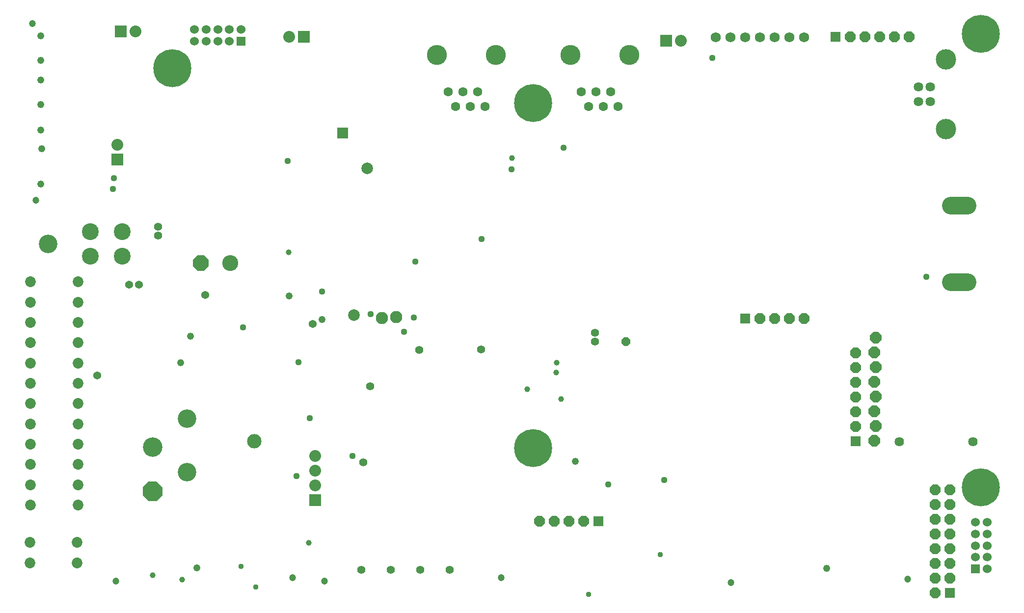
<source format=gbs>
G75*
%MOIN*%
%OFA0B0*%
%FSLAX25Y25*%
%IPPOS*%
%LPD*%
%AMOC8*
5,1,8,0,0,1.08239X$1,22.5*
%
%ADD10C,0.12050*%
%ADD11R,0.07100X0.07100*%
%ADD12OC8,0.07100*%
%ADD13R,0.06000X0.06000*%
%ADD14C,0.06000*%
%ADD15C,0.06400*%
%ADD16C,0.06300*%
%ADD17C,0.13600*%
%ADD18R,0.08000X0.08000*%
%ADD19C,0.08000*%
%ADD20OC8,0.06000*%
%ADD21R,0.07200X0.07200*%
%ADD22OC8,0.13200*%
%ADD23C,0.13200*%
%ADD24C,0.06800*%
%ADD25C,0.25800*%
%ADD26C,0.13855*%
%ADD27C,0.06422*%
%ADD28C,0.12611*%
%ADD29C,0.11430*%
%ADD30C,0.10800*%
%ADD31OC8,0.10800*%
%ADD32C,0.07296*%
%ADD33C,0.04737*%
%ADD34OC8,0.07800*%
%ADD35C,0.03900*%
%ADD36C,0.04400*%
%ADD37C,0.03975*%
%ADD38C,0.07887*%
%ADD39C,0.04800*%
%ADD40C,0.05550*%
%ADD41C,0.03778*%
%ADD42C,0.05400*%
%ADD43C,0.09800*%
%ADD44C,0.08300*%
D10*
X0652371Y0223942D02*
X0663621Y0223942D01*
X0663621Y0275911D02*
X0652371Y0275911D01*
D11*
X0512799Y0199533D03*
X0587524Y0115990D03*
X0412949Y0061694D03*
X0651809Y0013136D03*
X0574102Y0390840D03*
D12*
X0584102Y0390840D03*
X0594102Y0390840D03*
X0604102Y0390840D03*
X0614102Y0390840D03*
X0624102Y0390840D03*
X0552799Y0199533D03*
X0542799Y0199533D03*
X0532799Y0199533D03*
X0522799Y0199533D03*
X0587524Y0175990D03*
X0587524Y0165990D03*
X0587524Y0155990D03*
X0587524Y0145990D03*
X0587524Y0135990D03*
X0587524Y0125990D03*
X0641809Y0083136D03*
X0651809Y0083136D03*
X0651809Y0073136D03*
X0641809Y0073136D03*
X0641809Y0063136D03*
X0651809Y0063136D03*
X0651809Y0053136D03*
X0641809Y0053136D03*
X0641809Y0043136D03*
X0651809Y0043136D03*
X0651809Y0033136D03*
X0641809Y0033136D03*
X0641809Y0023136D03*
X0651809Y0023136D03*
X0641809Y0013136D03*
X0402949Y0061694D03*
X0392949Y0061694D03*
X0382949Y0061694D03*
X0372949Y0061694D03*
D13*
X0669019Y0029408D03*
X0170272Y0387675D03*
D14*
X0162398Y0387675D03*
X0154524Y0387675D03*
X0146650Y0387675D03*
X0138776Y0387675D03*
X0138776Y0395549D03*
X0146650Y0395549D03*
X0154524Y0395549D03*
X0162398Y0395549D03*
X0170272Y0395549D03*
X0669019Y0060905D03*
X0676893Y0060905D03*
X0676893Y0053031D03*
X0669019Y0053031D03*
X0669019Y0045157D03*
X0676893Y0045157D03*
X0676893Y0037282D03*
X0676893Y0029408D03*
X0669019Y0037282D03*
D15*
X0667248Y0115832D03*
X0617248Y0115832D03*
D16*
X0426402Y0343273D03*
X0416402Y0343273D03*
X0406402Y0343273D03*
X0411402Y0353273D03*
X0421402Y0353273D03*
X0401402Y0353273D03*
X0335850Y0343273D03*
X0325850Y0343273D03*
X0315850Y0343273D03*
X0310850Y0353273D03*
X0320850Y0353273D03*
X0330850Y0353273D03*
D17*
X0343350Y0378273D03*
X0303350Y0378273D03*
X0393902Y0378273D03*
X0433902Y0378273D03*
D18*
X0459020Y0388116D03*
X0212882Y0390757D03*
X0088744Y0394340D03*
X0086299Y0307423D03*
X0220512Y0075987D03*
D19*
X0220512Y0085987D03*
X0220512Y0095987D03*
X0220512Y0105987D03*
X0086299Y0317423D03*
X0202882Y0390757D03*
X0098744Y0394340D03*
X0469020Y0388116D03*
D20*
X0431815Y0183785D03*
D21*
X0239295Y0325399D03*
D22*
X0110420Y0082108D03*
D23*
X0110420Y0112108D03*
D24*
X0492799Y0390242D03*
X0502799Y0390242D03*
X0512799Y0390242D03*
X0522799Y0390242D03*
X0532799Y0390242D03*
X0542799Y0390242D03*
X0552799Y0390242D03*
D25*
X0672667Y0392812D03*
X0368626Y0345793D03*
X0123657Y0369291D03*
X0368736Y0111383D03*
X0672622Y0084850D03*
D26*
X0648882Y0328057D03*
X0648882Y0375458D03*
D27*
X0638213Y0356679D03*
X0630339Y0356679D03*
X0630339Y0346836D03*
X0638213Y0346836D03*
D28*
X0133782Y0131357D03*
X0133782Y0095157D03*
X0039260Y0250108D03*
D29*
X0068000Y0258375D03*
X0089654Y0258375D03*
X0089654Y0241840D03*
X0068000Y0241840D03*
D30*
X0163071Y0236952D03*
D31*
X0143071Y0236952D03*
D32*
X0026882Y0033478D03*
X0026882Y0047257D03*
X0059165Y0047257D03*
X0059165Y0033478D03*
X0059665Y0072682D03*
X0059665Y0086462D03*
X0059665Y0100242D03*
X0027382Y0100242D03*
X0027382Y0086462D03*
X0027382Y0072682D03*
X0027382Y0114021D03*
X0027382Y0127801D03*
X0027382Y0141580D03*
X0059665Y0141580D03*
X0059665Y0127801D03*
X0059665Y0114021D03*
X0059665Y0155360D03*
X0059665Y0169139D03*
X0059665Y0182919D03*
X0027382Y0182919D03*
X0027382Y0169139D03*
X0027382Y0155360D03*
X0027382Y0196698D03*
X0027382Y0210478D03*
X0027382Y0224257D03*
X0059665Y0224257D03*
X0059665Y0210478D03*
X0059665Y0196698D03*
D33*
X0030929Y0279757D03*
X0028567Y0399757D03*
X0085282Y0021042D03*
X0205282Y0023405D03*
X0226982Y0021042D03*
X0346982Y0023405D03*
X0502982Y0020142D03*
X0622982Y0022505D03*
D34*
X0600382Y0116257D03*
X0601382Y0126257D03*
X0600382Y0136257D03*
X0601382Y0146257D03*
X0600382Y0156257D03*
X0601382Y0166257D03*
X0600382Y0176257D03*
X0601382Y0186257D03*
D35*
X0384752Y0169257D03*
X0384252Y0162757D03*
X0364752Y0151257D03*
X0387752Y0144757D03*
X0216482Y0047157D03*
X0130482Y0022157D03*
X0110382Y0025057D03*
X0202552Y0244357D03*
D36*
X0225282Y0217857D03*
X0258282Y0202257D03*
X0280982Y0190457D03*
X0287752Y0199957D03*
X0209482Y0169757D03*
X0171682Y0193257D03*
X0288752Y0238157D03*
X0333652Y0253457D03*
X0353882Y0300757D03*
X0389382Y0315257D03*
X0490382Y0376257D03*
X0202152Y0306457D03*
X0083882Y0294757D03*
X0083382Y0287257D03*
X0216882Y0131557D03*
X0246082Y0105957D03*
X0208082Y0092457D03*
X0419552Y0086757D03*
X0457752Y0089857D03*
X0635752Y0227757D03*
D37*
X0354252Y0308257D03*
D38*
X0255882Y0301257D03*
X0246882Y0201557D03*
D39*
X0225382Y0198757D03*
X0202882Y0214757D03*
X0135882Y0187257D03*
X0129382Y0169257D03*
X0397382Y0102257D03*
X0567882Y0029657D03*
X0140382Y0030157D03*
X0034382Y0290757D03*
X0034882Y0314757D03*
X0034382Y0327257D03*
X0034382Y0344757D03*
X0034382Y0361257D03*
X0034382Y0374757D03*
X0034382Y0391257D03*
D40*
X0113882Y0261757D03*
X0113882Y0255757D03*
X0291182Y0178157D03*
X0333382Y0178257D03*
X0410634Y0183757D03*
X0410634Y0189757D03*
X0258082Y0153457D03*
X0253382Y0101757D03*
X0251982Y0028857D03*
X0271982Y0028857D03*
X0291982Y0028857D03*
X0311982Y0028857D03*
D41*
X0406182Y0011957D03*
X0455082Y0039057D03*
X0180282Y0017157D03*
X0170282Y0031057D03*
D42*
X0072582Y0160657D03*
X0145882Y0215257D03*
X0100882Y0222257D03*
X0094382Y0222257D03*
X0218882Y0195757D03*
D43*
X0179382Y0116057D03*
D44*
X0265982Y0199857D03*
X0275682Y0200357D03*
M02*

</source>
